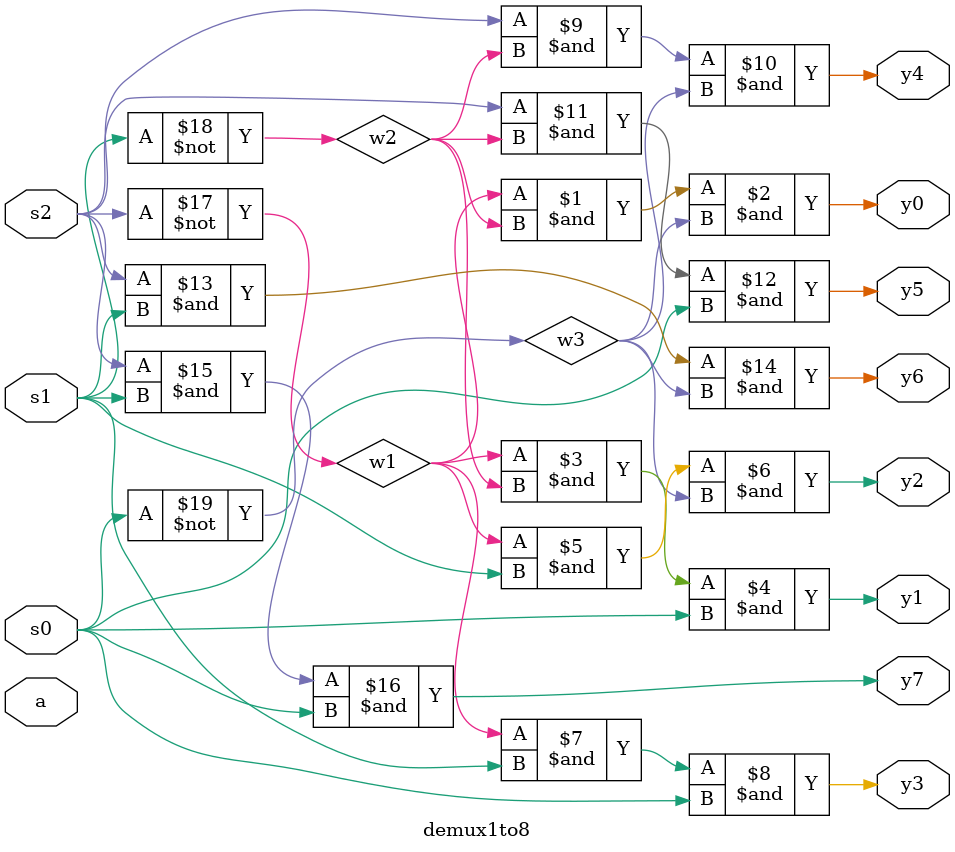
<source format=v>
 module demux1to8(a,s2,s1,s0,y0,y1,y2,y3,y4,y5,y6,y7);
  input a,s0,s1,s2;
  output y0,y1,y2,y3,y4,y5,y6,y7;
  wire w1,w2,w3;
  not g1(w1,s2);
  not g2(w2,s1);
  not g3(w3,s0);
  and g4(y0,w1,w2,w3);
  and g5(y1,w1,w2,s0);
  and g6(y2,w1,s1,w3);
  and g7(y3,w1,s1,s0);
  and g8(y4,s2,w2,w3);
  and g9(y5,s2,w2,s0);
  and g10(y6,s2,s1,w3);
  and g11(y7,s2,s1,s0);
 endmodule

</source>
